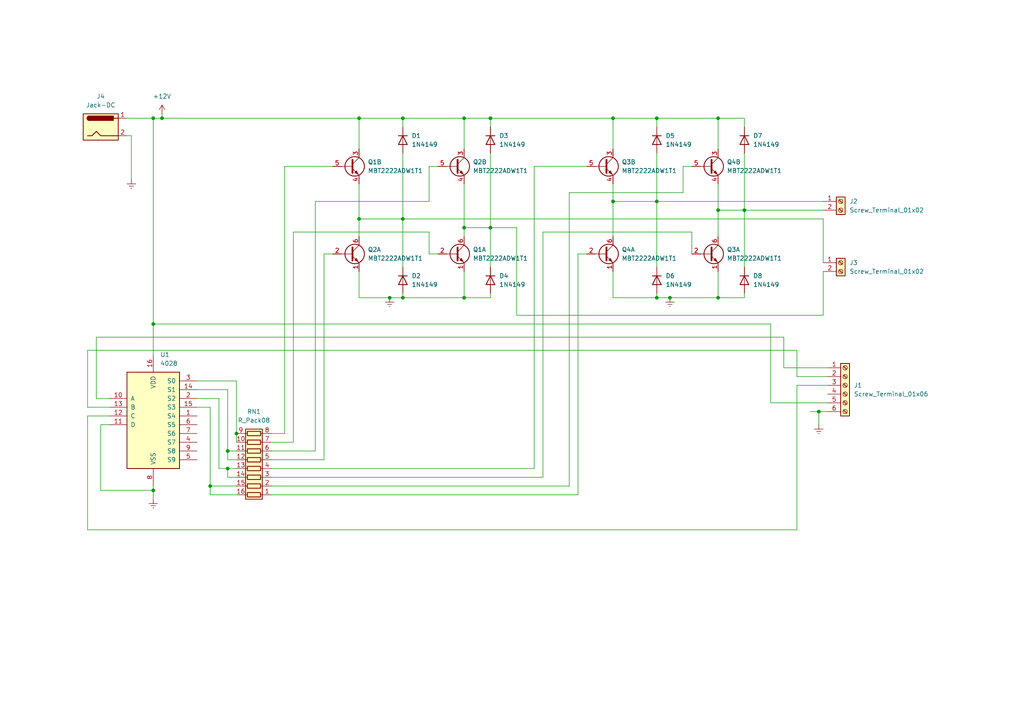
<source format=kicad_sch>
(kicad_sch (version 20211123) (generator eeschema)
  (paper "A4")
  (title_block (date "2022-08-03"))
  (lib_symbols
    (symbol "4xxx:4028" (pin_names (offset 1.016))
      (property "Reference" "U" (at -7.62 13.97 0))
      (property "Value" "4028" (at -7.62 -16.51 0))
      (symbol "4028_1_0"
        (pin output line (at 12.7 0 180) (length 5.08) (name "S4") (number "1"))
        (pin input line (at -12.7 5.08 0) (length 5.08) (name "A") (number "10"))
        (pin input line (at -12.7 -2.54 0) (length 5.08) (name "D") (number "11"))
        (pin input line (at -12.7 0 0) (length 5.08) (name "C") (number "12"))
        (pin input line (at -12.7 2.54 0) (length 5.08) (name "B") (number "13"))
        (pin output line (at 12.7 7.62 180) (length 5.08) (name "S1") (number "14"))
        (pin output line (at 12.7 2.54 180) (length 5.08) (name "S3") (number "15"))
        (pin power_in line (at 0 17.78 270) (length 5.08) (name "VDD") (number "16"))
        (pin output line (at 12.7 5.08 180) (length 5.08) (name "S2") (number "2"))
        (pin output line (at 12.7 10.16 180) (length 5.08) (name "S0") (number "3"))
        (pin output line (at 12.7 -7.62 180) (length 5.08) (name "S7") (number "4"))
        (pin output line (at 12.7 -12.7 180) (length 5.08) (name "S9") (number "5"))
        (pin output line (at 12.7 -2.54 180) (length 5.08) (name "S5") (number "6"))
        (pin output line (at 12.7 -5.08 180) (length 5.08) (name "S6") (number "7"))
        (pin power_in line (at 0 -20.32 90) (length 5.08) (name "VSS") (number "8"))
        (pin output line (at 12.7 -10.16 180) (length 5.08) (name "S8") (number "9"))
      )
      (symbol "4028_1_1"
        (rectangle (start -7.62 12.7) (end 7.62 -15.24) (stroke (width 0.254)) (fill (type background)))
      )
    )
    (symbol "Connector:Jack-DC" (pin_names (offset 1.016))
      (property "Reference" "J" (at 0 5.334 0))
      (property "Value" "Jack-DC" (at 0 -5.08 0))
      (symbol "Jack-DC_0_1"
        (rectangle (start -5.08 3.81) (end 5.08 -3.81) (stroke (width 0.254)) (fill (type background)))
        (arc (start -3.302 3.175) (mid -3.937 2.54) (end -3.302 1.905) (stroke (width 0.254)))
        (arc (start -3.302 3.175) (mid -3.937 2.54) (end -3.302 1.905) (stroke (width 0.254)) (fill (type outline)))
        (polyline (pts (xy 5.08 2.54) (xy 3.81 2.54)) (stroke (width 0.254)))
        (polyline (pts (xy -3.81 -2.54) (xy -2.54 -2.54) (xy -1.27 -1.27) (xy 0 -2.54) (xy 2.54 -2.54) (xy 5.08 -2.54)) (stroke (width 0.254)))
        (rectangle (start 3.683 3.175) (end -3.302 1.905) (stroke (width 0.254)) (fill (type outline)))
      )
      (symbol "Jack-DC_1_1"
        (pin passive line (at 7.62 2.54 180) (length 2.54) (name "~") (number "1"))
        (pin passive line (at 7.62 -2.54 180) (length 2.54) (name "~") (number "2"))
      )
    )
    (symbol "Connector:Screw_Terminal_01x02" (pin_names (offset 1.016) hide)
      (property "Reference" "J" (at 0 2.54 0))
      (property "Value" "Screw_Terminal_01x02" (at 0 -5.08 0))
      (symbol "Screw_Terminal_01x02_1_1"
        (rectangle (start -1.27 1.27) (end 1.27 -3.81) (stroke (width 0.254)) (fill (type background)))
        (circle (center 0 -2.54) (radius 0.635) (stroke (width 0.1524)))
        (polyline (pts (xy -0.5334 -2.2098) (xy 0.3302 -3.048)) (stroke (width 0.1524)))
        (polyline (pts (xy -0.5334 0.3302) (xy 0.3302 -0.508)) (stroke (width 0.1524)))
        (polyline (pts (xy -0.3556 -2.032) (xy 0.508 -2.8702)) (stroke (width 0.1524)))
        (polyline (pts (xy -0.3556 0.508) (xy 0.508 -0.3302)) (stroke (width 0.1524)))
        (circle (center 0 0) (radius 0.635) (stroke (width 0.1524)))
        (pin passive line (at -5.08 0 0) (length 3.81) (name "Pin_1") (number "1"))
        (pin passive line (at -5.08 -2.54 0) (length 3.81) (name "Pin_2") (number "2"))
      )
    )
    (symbol "Connector:Screw_Terminal_01x06" (pin_names (offset 1.016) hide)
      (property "Reference" "J" (at 0 7.62 0))
      (property "Value" "Screw_Terminal_01x06" (at 0 -10.16 0))
      (symbol "Screw_Terminal_01x06_1_1"
        (rectangle (start -1.27 6.35) (end 1.27 -8.89) (stroke (width 0.254)) (fill (type background)))
        (circle (center 0 -7.62) (radius 0.635) (stroke (width 0.1524)))
        (circle (center 0 -5.08) (radius 0.635) (stroke (width 0.1524)))
        (circle (center 0 -2.54) (radius 0.635) (stroke (width 0.1524)))
        (polyline (pts (xy -0.5334 -7.2898) (xy 0.3302 -8.128)) (stroke (width 0.1524)))
        (polyline (pts (xy -0.5334 -4.7498) (xy 0.3302 -5.588)) (stroke (width 0.1524)))
        (polyline (pts (xy -0.5334 -2.2098) (xy 0.3302 -3.048)) (stroke (width 0.1524)))
        (polyline (pts (xy -0.5334 0.3302) (xy 0.3302 -0.508)) (stroke (width 0.1524)))
        (polyline (pts (xy -0.5334 2.8702) (xy 0.3302 2.032)) (stroke (width 0.1524)))
        (polyline (pts (xy -0.5334 5.4102) (xy 0.3302 4.572)) (stroke (width 0.1524)))
        (polyline (pts (xy -0.3556 -7.112) (xy 0.508 -7.9502)) (stroke (width 0.1524)))
        (polyline (pts (xy -0.3556 -4.572) (xy 0.508 -5.4102)) (stroke (width 0.1524)))
        (polyline (pts (xy -0.3556 -2.032) (xy 0.508 -2.8702)) (stroke (width 0.1524)))
        (polyline (pts (xy -0.3556 0.508) (xy 0.508 -0.3302)) (stroke (width 0.1524)))
        (polyline (pts (xy -0.3556 3.048) (xy 0.508 2.2098)) (stroke (width 0.1524)))
        (polyline (pts (xy -0.3556 5.588) (xy 0.508 4.7498)) (stroke (width 0.1524)))
        (circle (center 0 0) (radius 0.635) (stroke (width 0.1524)))
        (circle (center 0 2.54) (radius 0.635) (stroke (width 0.1524)))
        (circle (center 0 5.08) (radius 0.635) (stroke (width 0.1524)))
        (pin passive line (at -5.08 5.08 0) (length 3.81) (name "Pin_1") (number "1"))
        (pin passive line (at -5.08 2.54 0) (length 3.81) (name "Pin_2") (number "2"))
        (pin passive line (at -5.08 0 0) (length 3.81) (name "Pin_3") (number "3"))
        (pin passive line (at -5.08 -2.54 0) (length 3.81) (name "Pin_4") (number "4"))
        (pin passive line (at -5.08 -5.08 0) (length 3.81) (name "Pin_5") (number "5"))
        (pin passive line (at -5.08 -7.62 0) (length 3.81) (name "Pin_6") (number "6"))
      )
    )
    (symbol "Device:R_Pack08" (pin_names (offset 0) hide)
      (property "Reference" "RN" (at -12.7 0 90))
      (property "Value" "R_Pack08" (at 10.16 0 90))
      (symbol "R_Pack08_0_1"
        (rectangle (start -11.43 -2.413) (end 8.89 2.413) (stroke (width 0.254)) (fill (type background)))
        (rectangle (start -10.795 1.905) (end -9.525 -1.905) (stroke (width 0.254)))
        (rectangle (start -8.255 1.905) (end -6.985 -1.905) (stroke (width 0.254)))
        (rectangle (start -5.715 1.905) (end -4.445 -1.905) (stroke (width 0.254)))
        (rectangle (start -3.175 1.905) (end -1.905 -1.905) (stroke (width 0.254)))
        (rectangle (start -0.635 1.905) (end 0.635 -1.905) (stroke (width 0.254)))
        (polyline (pts (xy -10.16 -2.54) (xy -10.16 -1.905)))
        (polyline (pts (xy -10.16 1.905) (xy -10.16 2.54)))
        (polyline (pts (xy -7.62 -2.54) (xy -7.62 -1.905)))
        (polyline (pts (xy -7.62 1.905) (xy -7.62 2.54)))
        (polyline (pts (xy -5.08 -2.54) (xy -5.08 -1.905)))
        (polyline (pts (xy -5.08 1.905) (xy -5.08 2.54)))
        (polyline (pts (xy -2.54 -2.54) (xy -2.54 -1.905)))
        (polyline (pts (xy -2.54 1.905) (xy -2.54 2.54)))
        (polyline (pts (xy 0 -2.54) (xy 0 -1.905)))
        (polyline (pts (xy 0 1.905) (xy 0 2.54)))
        (polyline (pts (xy 2.54 -2.54) (xy 2.54 -1.905)))
        (polyline (pts (xy 2.54 1.905) (xy 2.54 2.54)))
        (polyline (pts (xy 5.08 -2.54) (xy 5.08 -1.905)))
        (polyline (pts (xy 5.08 1.905) (xy 5.08 2.54)))
        (polyline (pts (xy 7.62 -2.54) (xy 7.62 -1.905)))
        (polyline (pts (xy 7.62 1.905) (xy 7.62 2.54)))
        (rectangle (start 1.905 1.905) (end 3.175 -1.905) (stroke (width 0.254)))
        (rectangle (start 4.445 1.905) (end 5.715 -1.905) (stroke (width 0.254)))
        (rectangle (start 6.985 1.905) (end 8.255 -1.905) (stroke (width 0.254)))
      )
      (symbol "R_Pack08_1_1"
        (pin passive line (at -10.16 -5.08 90) (length 2.54) (name "R1.1") (number "1"))
        (pin passive line (at 5.08 5.08 270) (length 2.54) (name "R7.2") (number "10"))
        (pin passive line (at 2.54 5.08 270) (length 2.54) (name "R6.2") (number "11"))
        (pin passive line (at 0 5.08 270) (length 2.54) (name "R5.2") (number "12"))
        (pin passive line (at -2.54 5.08 270) (length 2.54) (name "R4.2") (number "13"))
        (pin passive line (at -5.08 5.08 270) (length 2.54) (name "R3.2") (number "14"))
        (pin passive line (at -7.62 5.08 270) (length 2.54) (name "R2.2") (number "15"))
        (pin passive line (at -10.16 5.08 270) (length 2.54) (name "R1.2") (number "16"))
        (pin passive line (at -7.62 -5.08 90) (length 2.54) (name "R2.1") (number "2"))
        (pin passive line (at -5.08 -5.08 90) (length 2.54) (name "R3.1") (number "3"))
        (pin passive line (at -2.54 -5.08 90) (length 2.54) (name "R4.1") (number "4"))
        (pin passive line (at 0 -5.08 90) (length 2.54) (name "R5.1") (number "5"))
        (pin passive line (at 2.54 -5.08 90) (length 2.54) (name "R6.1") (number "6"))
        (pin passive line (at 5.08 -5.08 90) (length 2.54) (name "R7.1") (number "7"))
        (pin passive line (at 7.62 -5.08 90) (length 2.54) (name "R8.1") (number "8"))
        (pin passive line (at 7.62 5.08 270) (length 2.54) (name "R8.2") (number "9"))
      )
    )
    (symbol "Diode:1N4149" (pin_numbers hide) (pin_names (offset 1.016) hide)
      (property "Reference" "D" (at 0 2.54 0))
      (property "Value" "1N4149" (at 0 -2.54 0))
      (symbol "1N4149_0_1"
        (polyline (pts (xy -1.27 1.27) (xy -1.27 -1.27)) (stroke (width 0.254)))
        (polyline (pts (xy 1.27 0) (xy -1.27 0)))
        (polyline (pts (xy 1.27 1.27) (xy 1.27 -1.27) (xy -1.27 0) (xy 1.27 1.27)) (stroke (width 0.254)))
      )
      (symbol "1N4149_1_1"
        (pin passive line (at -3.81 0 0) (length 2.54) (name "K") (number "1"))
        (pin passive line (at 3.81 0 180) (length 2.54) (name "A") (number "2"))
      )
    )
    (symbol "Transistor_BJT:MBT2222ADW1T1" (pin_names (offset 0) hide)
      (property "Reference" "Q" (at 5.08 1.27 0))
      (property "Value" "MBT2222ADW1T1" (at 5.08 -1.27 0))
      (symbol "MBT2222ADW1T1_0_1"
        (polyline (pts (xy 0.635 0) (xy -2.54 0)))
        (polyline (pts (xy 0.635 0.635) (xy 2.54 2.54)))
        (polyline (pts (xy 0.635 -0.635) (xy 2.54 -2.54) (xy 2.54 -2.54)))
        (polyline (pts (xy 0.635 1.905) (xy 0.635 -1.905) (xy 0.635 -1.905)) (stroke (width 0.508)))
        (polyline (pts (xy 1.27 -1.778) (xy 1.778 -1.27) (xy 2.286 -2.286) (xy 1.27 -1.778) (xy 1.27 -1.778)) (fill (type outline)))
        (circle (center 1.27 0) (radius 2.8194) (stroke (width 0.254)))
      )
      (symbol "MBT2222ADW1T1_1_1"
        (pin passive line (at 2.54 -5.08 90) (length 2.54) (name "E1") (number "1"))
        (pin input line (at -5.08 0 0) (length 2.54) (name "B1") (number "2"))
        (pin passive line (at 2.54 5.08 270) (length 2.54) (name "C1") (number "6"))
      )
      (symbol "MBT2222ADW1T1_2_1"
        (pin passive line (at 2.54 5.08 270) (length 2.54) (name "C2") (number "3"))
        (pin passive line (at 2.54 -5.08 90) (length 2.54) (name "E2") (number "4"))
        (pin input line (at -5.08 0 0) (length 2.54) (name "B2") (number "5"))
      )
    )
    (symbol "power:+12V" (power) (pin_names (offset 0))
      (property "Value" "+12V" (at 0 3.556 0))
      (symbol "+12V_0_1"
        (polyline (pts (xy -0.762 1.27) (xy 0 2.54)))
        (polyline (pts (xy 0 0) (xy 0 2.54)))
        (polyline (pts (xy 0 2.54) (xy 0.762 1.27)))
      )
      (symbol "+12V_1_1"
        (pin power_in line (at 0 0 90) (length 0) hide (name "+12V") (number "1"))
      )
    )
    (symbol "power:Earth" (power) (pin_names (offset 0))
      (symbol "Earth_0_1"
        (polyline (pts (xy -0.635 -1.905) (xy 0.635 -1.905)))
        (polyline (pts (xy -0.127 -2.54) (xy 0.127 -2.54)))
        (polyline (pts (xy 0 -1.27) (xy 0 0)))
        (polyline (pts (xy 1.27 -1.27) (xy -1.27 -1.27)))
      )
      (symbol "Earth_1_1"
        (pin power_in line (at 0 0 270) (length 0) hide (name "Earth") (number "1"))
      )
    )
  )
  (junction (at 177.8 58.42))
  (junction (at 116.84 63.5))
  (junction (at 134.62 86.36))
  (junction (at 66.04 135.89))
  (junction (at 66.04 130.81))
  (junction (at 60.96 140.97))
  (junction (at 190.5 86.36))
  (junction (at 116.84 86.36))
  (junction (at 68.58 125.73))
  (junction (at 46.99 34.29))
  (junction (at 142.24 66.04))
  (junction (at 215.9 60.96))
  (junction (at 142.24 34.29))
  (junction (at 104.14 34.29))
  (junction (at 190.5 58.42))
  (junction (at 44.45 142.24))
  (junction (at 116.84 34.29))
  (junction (at 194.31 86.36))
  (junction (at 208.28 60.96))
  (junction (at 237.49 119.38))
  (junction (at 113.03 86.36))
  (junction (at 44.45 34.29))
  (junction (at 208.28 34.29))
  (junction (at 190.5 34.29))
  (junction (at 104.14 63.5))
  (junction (at 134.62 34.29))
  (junction (at 134.62 66.04))
  (junction (at 208.28 86.36))
  (junction (at 44.45 93.98))
  (junction (at 177.8 34.29))
  (wire (pts (xy 142.24 66.04) (xy 142.24 77.47)))
  (wire (pts (xy 223.52 93.98) (xy 44.45 93.98)))
  (wire (pts (xy 25.4 153.67) (xy 25.4 120.65)))
  (wire (pts (xy 190.5 58.42) (xy 238.76 58.42)))
  (wire (pts (xy 157.48 138.43) (xy 78.74 138.43)))
  (wire (pts (xy 68.58 125.73) (xy 68.58 128.27)))
  (wire (pts (xy 116.84 34.29) (xy 116.84 36.83)))
  (wire (pts (xy 104.14 86.36) (xy 113.03 86.36)))
  (wire (pts (xy 60.96 140.97) (xy 68.58 140.97)))
  (wire (pts (xy 154.94 48.26) (xy 170.18 48.26)))
  (wire (pts (xy 134.62 43.18) (xy 134.62 34.29)))
  (wire (pts (xy 142.24 85.09) (xy 142.24 86.36)))
  (wire (pts (xy 104.14 63.5) (xy 104.14 68.58)))
  (wire (pts (xy 215.9 44.45) (xy 215.9 60.96)))
  (wire (pts (xy 231.14 153.67) (xy 25.4 153.67)))
  (wire (pts (xy 190.5 34.29) (xy 177.8 34.29)))
  (wire (pts (xy 177.8 34.29) (xy 142.24 34.29)))
  (wire (pts (xy 134.62 86.36) (xy 134.62 78.74)))
  (wire (pts (xy 60.96 118.11) (xy 60.96 140.97)))
  (wire (pts (xy 208.28 34.29) (xy 190.5 34.29)))
  (wire (pts (xy 124.46 73.66) (xy 127 73.66)))
  (wire (pts (xy 167.64 73.66) (xy 167.64 143.51)))
  (wire (pts (xy 142.24 34.29) (xy 134.62 34.29)))
  (wire (pts (xy 116.84 86.36) (xy 134.62 86.36)))
  (wire (pts (xy 200.66 67.31) (xy 200.66 73.66)))
  (wire (pts (xy 240.03 109.22) (xy 231.14 109.22)))
  (wire (pts (xy 66.04 130.81) (xy 66.04 133.35)))
  (wire (pts (xy 240.03 119.38) (xy 237.49 119.38)))
  (wire (pts (xy 96.52 73.66) (xy 93.98 73.66)))
  (wire (pts (xy 104.14 34.29) (xy 116.84 34.29)))
  (wire (pts (xy 78.74 125.73) (xy 82.55 125.73)))
  (wire (pts (xy 237.49 119.38) (xy 234.95 119.38)))
  (wire (pts (xy 231.14 111.76) (xy 231.14 153.67)))
  (wire (pts (xy 190.5 58.42) (xy 190.5 77.47)))
  (wire (pts (xy 208.28 60.96) (xy 215.9 60.96)))
  (wire (pts (xy 38.1 39.37) (xy 38.1 52.07)))
  (wire (pts (xy 231.14 109.22) (xy 231.14 101.6)))
  (wire (pts (xy 240.03 106.68) (xy 227.33 106.68)))
  (wire (pts (xy 78.74 143.51) (xy 167.64 143.51)))
  (wire (pts (xy 208.28 43.18) (xy 208.28 34.29)))
  (wire (pts (xy 215.9 86.36) (xy 208.28 86.36)))
  (wire (pts (xy 57.15 110.49) (xy 68.58 110.49)))
  (wire (pts (xy 142.24 66.04) (xy 134.62 66.04)))
  (wire (pts (xy 177.8 53.34) (xy 177.8 58.42)))
  (wire (pts (xy 44.45 93.98) (xy 44.45 34.29)))
  (wire (pts (xy 154.94 48.26) (xy 154.94 135.89)))
  (wire (pts (xy 240.03 116.84) (xy 223.52 116.84)))
  (wire (pts (xy 68.58 110.49) (xy 68.58 125.73)))
  (wire (pts (xy 215.9 85.09) (xy 215.9 86.36)))
  (wire (pts (xy 227.33 106.68) (xy 227.33 97.79)))
  (wire (pts (xy 27.94 115.57) (xy 31.75 115.57)))
  (wire (pts (xy 29.21 123.19) (xy 29.21 142.24)))
  (wire (pts (xy 104.14 34.29) (xy 46.99 34.29)))
  (wire (pts (xy 142.24 44.45) (xy 142.24 66.04)))
  (wire (pts (xy 113.03 86.36) (xy 116.84 86.36)))
  (wire (pts (xy 198.12 48.26) (xy 200.66 48.26)))
  (wire (pts (xy 167.64 73.66) (xy 170.18 73.66)))
  (wire (pts (xy 66.04 135.89) (xy 68.58 135.89)))
  (wire (pts (xy 142.24 86.36) (xy 134.62 86.36)))
  (wire (pts (xy 215.9 36.83) (xy 215.9 34.29)))
  (wire (pts (xy 149.86 66.04) (xy 142.24 66.04)))
  (wire (pts (xy 177.8 58.42) (xy 177.8 68.58)))
  (wire (pts (xy 238.76 78.74) (xy 238.76 91.44)))
  (wire (pts (xy 227.33 97.79) (xy 27.94 97.79)))
  (wire (pts (xy 149.86 91.44) (xy 149.86 66.04)))
  (wire (pts (xy 27.94 97.79) (xy 27.94 115.57)))
  (wire (pts (xy 63.5 115.57) (xy 63.5 135.89)))
  (wire (pts (xy 63.5 135.89) (xy 66.04 135.89)))
  (wire (pts (xy 93.98 133.35) (xy 78.74 133.35)))
  (wire (pts (xy 208.28 60.96) (xy 208.28 68.58)))
  (wire (pts (xy 104.14 53.34) (xy 104.14 63.5)))
  (wire (pts (xy 116.84 63.5) (xy 116.84 77.47)))
  (wire (pts (xy 134.62 53.34) (xy 134.62 66.04)))
  (wire (pts (xy 31.75 123.19) (xy 29.21 123.19)))
  (wire (pts (xy 44.45 34.29) (xy 46.99 34.29)))
  (wire (pts (xy 215.9 34.29) (xy 208.28 34.29)))
  (wire (pts (xy 215.9 60.96) (xy 238.76 60.96)))
  (wire (pts (xy 124.46 58.42) (xy 124.46 48.26)))
  (wire (pts (xy 104.14 34.29) (xy 104.14 43.18)))
  (wire (pts (xy 165.1 55.88) (xy 198.12 55.88)))
  (wire (pts (xy 68.58 133.35) (xy 66.04 133.35)))
  (wire (pts (xy 208.28 86.36) (xy 194.31 86.36)))
  (wire (pts (xy 116.84 44.45) (xy 116.84 63.5)))
  (wire (pts (xy 82.55 48.26) (xy 96.52 48.26)))
  (wire (pts (xy 238.76 76.2) (xy 238.76 63.5)))
  (wire (pts (xy 91.44 58.42) (xy 124.46 58.42)))
  (wire (pts (xy 25.4 118.11) (xy 31.75 118.11)))
  (wire (pts (xy 66.04 130.81) (xy 68.58 130.81)))
  (wire (pts (xy 237.49 119.38) (xy 237.49 123.19)))
  (wire (pts (xy 124.46 67.31) (xy 124.46 73.66)))
  (wire (pts (xy 134.62 34.29) (xy 116.84 34.29)))
  (wire (pts (xy 208.28 53.34) (xy 208.28 60.96)))
  (wire (pts (xy 134.62 66.04) (xy 134.62 68.58)))
  (wire (pts (xy 116.84 85.09) (xy 116.84 86.36)))
  (wire (pts (xy 91.44 130.81) (xy 91.44 58.42)))
  (wire (pts (xy 215.9 60.96) (xy 215.9 77.47)))
  (wire (pts (xy 190.5 44.45) (xy 190.5 58.42)))
  (wire (pts (xy 78.74 130.81) (xy 91.44 130.81)))
  (wire (pts (xy 142.24 34.29) (xy 142.24 36.83)))
  (wire (pts (xy 78.74 128.27) (xy 85.09 128.27)))
  (wire (pts (xy 60.96 140.97) (xy 60.96 143.51)))
  (wire (pts (xy 85.09 128.27) (xy 85.09 67.31)))
  (wire (pts (xy 177.8 43.18) (xy 177.8 34.29)))
  (wire (pts (xy 177.8 58.42) (xy 190.5 58.42)))
  (wire (pts (xy 44.45 93.98) (xy 44.45 102.87)))
  (wire (pts (xy 124.46 48.26) (xy 127 48.26)))
  (wire (pts (xy 104.14 63.5) (xy 116.84 63.5)))
  (wire (pts (xy 44.45 142.24) (xy 44.45 144.78)))
  (wire (pts (xy 78.74 135.89) (xy 154.94 135.89)))
  (wire (pts (xy 116.84 63.5) (xy 238.76 63.5)))
  (wire (pts (xy 190.5 85.09) (xy 190.5 86.36)))
  (wire (pts (xy 157.48 67.31) (xy 157.48 138.43)))
  (wire (pts (xy 57.15 118.11) (xy 60.96 118.11)))
  (wire (pts (xy 68.58 138.43) (xy 66.04 138.43)))
  (wire (pts (xy 190.5 34.29) (xy 190.5 36.83)))
  (wire (pts (xy 85.09 67.31) (xy 124.46 67.31)))
  (wire (pts (xy 46.99 34.29) (xy 46.99 33.02)))
  (wire (pts (xy 240.03 111.76) (xy 231.14 111.76)))
  (wire (pts (xy 190.5 86.36) (xy 194.31 86.36)))
  (wire (pts (xy 177.8 86.36) (xy 190.5 86.36)))
  (wire (pts (xy 25.4 120.65) (xy 31.75 120.65)))
  (wire (pts (xy 66.04 113.03) (xy 66.04 130.81)))
  (wire (pts (xy 29.21 142.24) (xy 44.45 142.24)))
  (wire (pts (xy 57.15 113.03) (xy 66.04 113.03)))
  (wire (pts (xy 165.1 140.97) (xy 165.1 55.88)))
  (wire (pts (xy 177.8 78.74) (xy 177.8 86.36)))
  (wire (pts (xy 93.98 73.66) (xy 93.98 133.35)))
  (wire (pts (xy 60.96 143.51) (xy 68.58 143.51)))
  (wire (pts (xy 36.83 34.29) (xy 44.45 34.29)))
  (wire (pts (xy 198.12 55.88) (xy 198.12 48.26)))
  (wire (pts (xy 57.15 115.57) (xy 63.5 115.57)))
  (wire (pts (xy 231.14 101.6) (xy 25.4 101.6)))
  (wire (pts (xy 66.04 138.43) (xy 66.04 135.89)))
  (wire (pts (xy 157.48 67.31) (xy 200.66 67.31)))
  (wire (pts (xy 223.52 116.84) (xy 223.52 93.98)))
  (wire (pts (xy 36.83 39.37) (xy 38.1 39.37)))
  (wire (pts (xy 78.74 140.97) (xy 165.1 140.97)))
  (wire (pts (xy 208.28 78.74) (xy 208.28 86.36)))
  (wire (pts (xy 44.45 140.97) (xy 44.45 142.24)))
  (wire (pts (xy 82.55 125.73) (xy 82.55 48.26)))
  (wire (pts (xy 104.14 78.74) (xy 104.14 86.36)))
  (wire (pts (xy 238.76 91.44) (xy 149.86 91.44)))
  (wire (pts (xy 25.4 101.6) (xy 25.4 118.11)))
  (symbol (lib_id "Connector:Jack-DC") (at 29.21 36.83 0) (unit 1)
    (property "Reference" "J4" (at 29.21 27.94 0))
    (property "Value" "Jack-DC" (at 29.21 30.48 0))
    (property "Footprint" "Connector_BarrelJack:BarrelJack_Wuerth_6941xx301002" (effects hide))
  )
  (symbol (lib_id "Transistor_BJT:MBT2222ADW1T1") (at 175.26 73.66 0) (unit 1)
    (property "Reference" "Q4" (at 180.34 72.3899 0) (effects (justify left)))
    (property "Value" "MBT2222ADW1T1" (at 180.34 74.9299 0) (effects (justify left)))
    (property "Footprint" "Package_TO_SOT_SMD:SOT-363_SC-70-6" (effects hide))
    (property "Datasheet" "http://www.onsemi.com/pub_link/Collateral/MBT2222ADW1T1-D.PDF" (effects hide))
  )
  (symbol (lib_id "Diode:1N4149") (at 190.5 40.64 270) (unit 1)
    (property "Reference" "D5" (at 193.04 39.3699 90) (effects (justify left)))
    (property "Value" "1N4149" (at 193.04 41.9099 90) (effects (justify left)))
    (property "Footprint" "Diode_SMD:D_TUMD2" (effects hide))
    (property "Datasheet" "http://www.microsemi.com/document-portal/doc_view/11580-lds-0239" (effects hide))
  )
  (symbol (lib_id "Connector:Screw_Terminal_01x02") (at 243.84 76.2 0) (unit 1)
    (property "Reference" "J3" (at 246.38 76.1999 0) (effects (justify left)))
    (property "Value" "Screw_Terminal_01x02" (at 246.38 78.7399 0) (effects (justify left)))
    (property "Footprint" "TerminalBlock:TerminalBlock_bornier-2_P5.08mm" (effects hide))
  )
  (symbol (lib_id "4xxx:4028") (at 44.45 120.65 0) (unit 1)
    (property "Reference" "U1" (at 46.4694 102.87 0) (effects (justify left)))
    (property "Value" "4028" (at 46.4694 105.41 0) (effects (justify left)))
    (property "Footprint" "Package_SO:SOIC-16_3.9x9.9mm_P1.27mm" (effects hide))
    (property "Datasheet" "http://www.intersil.com/content/dam/Intersil/documents/cd40/cd4028bms.pdf" (effects hide))
  )
  (symbol (lib_id "Transistor_BJT:MBT2222ADW1T1") (at 132.08 73.66 0) (unit 1)
    (property "Reference" "Q1" (at 137.16 72.3899 0) (effects (justify left)))
    (property "Value" "MBT2222ADW1T1" (at 137.16 74.9299 0) (effects (justify left)))
    (property "Footprint" "Package_TO_SOT_SMD:SOT-363_SC-70-6" (effects hide))
    (property "Datasheet" "http://www.onsemi.com/pub_link/Collateral/MBT2222ADW1T1-D.PDF" (effects hide))
  )
  (symbol (lib_id "Device:R_Pack08") (at 73.66 133.35 90) (unit 1)
    (property "Reference" "RN1" (at 73.66 119.38 90))
    (property "Value" "R_Pack08" (at 73.66 121.92 90))
    (property "Footprint" "Package_SO:SOIC-16W_5.3x10.2mm_P1.27mm" (effects hide))
  )
  (symbol (lib_id "Transistor_BJT:MBT2222ADW1T1") (at 132.08 48.26 0) (unit 2)
    (property "Reference" "Q2" (at 137.16 46.9899 0) (effects (justify left)))
    (property "Value" "MBT2222ADW1T1" (at 137.16 49.5299 0) (effects (justify left)))
    (property "Footprint" "Package_TO_SOT_SMD:SOT-363_SC-70-6" (effects hide))
    (property "Datasheet" "http://www.onsemi.com/pub_link/Collateral/MBT2222ADW1T1-D.PDF" (effects hide))
  )
  (symbol (lib_id "Diode:1N4149") (at 190.5 81.28 270) (unit 1)
    (property "Reference" "D6" (at 193.04 80.0099 90) (effects (justify left)))
    (property "Value" "1N4149" (at 193.04 82.5499 90) (effects (justify left)))
    (property "Footprint" "Diode_SMD:D_TUMD2" (effects hide))
    (property "Datasheet" "http://www.microsemi.com/document-portal/doc_view/11580-lds-0239" (effects hide))
  )
  (symbol (lib_id "Transistor_BJT:MBT2222ADW1T1") (at 205.74 73.66 0) (unit 1)
    (property "Reference" "Q3" (at 210.82 72.3899 0) (effects (justify left)))
    (property "Value" "MBT2222ADW1T1" (at 210.82 74.9299 0) (effects (justify left)))
    (property "Footprint" "Package_TO_SOT_SMD:SOT-363_SC-70-6" (effects hide))
    (property "Datasheet" "http://www.onsemi.com/pub_link/Collateral/MBT2222ADW1T1-D.PDF" (effects hide))
  )
  (symbol (lib_id "Diode:1N4149") (at 116.84 81.28 270) (unit 1)
    (property "Reference" "D2" (at 119.38 80.0099 90) (effects (justify left)))
    (property "Value" "1N4149" (at 119.38 82.5499 90) (effects (justify left)))
    (property "Footprint" "Diode_SMD:D_TUMD2" (effects hide))
    (property "Datasheet" "http://www.microsemi.com/document-portal/doc_view/11580-lds-0239" (effects hide))
  )
  (symbol (lib_id "Diode:1N4149") (at 215.9 40.64 270) (unit 1)
    (property "Reference" "D7" (at 218.44 39.3699 90) (effects (justify left)))
    (property "Value" "1N4149" (at 218.44 41.9099 90) (effects (justify left)))
    (property "Footprint" "Diode_SMD:D_TUMD2" (effects hide))
    (property "Datasheet" "http://www.microsemi.com/document-portal/doc_view/11580-lds-0239" (effects hide))
  )
  (symbol (lib_id "power:Earth") (at 44.45 144.78 0) (unit 1)
    (property "Reference" "#PWR0101" (effects hide))
    (property "Value" "Earth" (effects hide))
  )
  (symbol (lib_id "Transistor_BJT:MBT2222ADW1T1") (at 175.26 48.26 0) (unit 2)
    (property "Reference" "Q3" (at 180.34 46.9899 0) (effects (justify left)))
    (property "Value" "MBT2222ADW1T1" (at 180.34 49.5299 0) (effects (justify left)))
    (property "Footprint" "Package_TO_SOT_SMD:SOT-363_SC-70-6" (effects hide))
    (property "Datasheet" "http://www.onsemi.com/pub_link/Collateral/MBT2222ADW1T1-D.PDF" (effects hide))
  )
  (symbol (lib_id "Transistor_BJT:MBT2222ADW1T1") (at 205.74 48.26 0) (unit 2)
    (property "Reference" "Q4" (at 210.82 46.9899 0) (effects (justify left)))
    (property "Value" "MBT2222ADW1T1" (at 210.82 49.5299 0) (effects (justify left)))
    (property "Footprint" "Package_TO_SOT_SMD:SOT-363_SC-70-6" (effects hide))
    (property "Datasheet" "http://www.onsemi.com/pub_link/Collateral/MBT2222ADW1T1-D.PDF" (effects hide))
  )
  (symbol (lib_id "power:Earth") (at 113.03 86.36 0) (unit 1)
    (property "Reference" "#PWR0103" (effects hide))
    (property "Value" "Earth" (effects hide))
  )
  (symbol (lib_id "Diode:1N4149") (at 142.24 40.64 270) (unit 1)
    (property "Reference" "D3" (at 144.78 39.3699 90) (effects (justify left)))
    (property "Value" "1N4149" (at 144.78 41.9099 90) (effects (justify left)))
    (property "Footprint" "Diode_SMD:D_TUMD2" (effects hide))
    (property "Datasheet" "http://www.microsemi.com/document-portal/doc_view/11580-lds-0239" (effects hide))
  )
  (symbol (lib_id "Connector:Screw_Terminal_01x06") (at 245.11 111.76 0) (unit 1)
    (property "Reference" "J1" (at 247.65 111.7599 0) (effects (justify left)))
    (property "Value" "Screw_Terminal_01x06" (at 247.65 114.2999 0) (effects (justify left)))
    (property "Footprint" "TerminalBlock:TerminalBlock_bornier-6_P5.08mm" (effects hide))
  )
  (symbol (lib_id "power:+12V") (at 46.99 33.02 0) (unit 1)
    (property "Reference" "#PWR0104" (effects hide))
    (property "Value" "+12V" (at 46.99 27.94 0))
  )
  (symbol (lib_id "Connector:Screw_Terminal_01x02") (at 243.84 58.42 0) (unit 1)
    (property "Reference" "J2" (at 246.38 58.4199 0) (effects (justify left)))
    (property "Value" "Screw_Terminal_01x02" (at 246.38 60.9599 0) (effects (justify left)))
    (property "Footprint" "TerminalBlock:TerminalBlock_bornier-2_P5.08mm" (effects hide))
  )
  (symbol (lib_id "power:Earth") (at 38.1 52.07 0) (unit 1)
    (property "Reference" "#PWR0106" (effects hide))
    (property "Value" "Earth" (effects hide))
  )
  (symbol (lib_id "power:Earth") (at 194.31 86.36 0) (unit 1)
    (property "Reference" "#PWR0102" (effects hide))
    (property "Value" "Earth" (effects hide))
  )
  (symbol (lib_id "Transistor_BJT:MBT2222ADW1T1") (at 101.6 73.66 0) (unit 1)
    (property "Reference" "Q2" (at 106.68 72.3899 0) (effects (justify left)))
    (property "Value" "MBT2222ADW1T1" (at 106.68 74.9299 0) (effects (justify left)))
    (property "Footprint" "Package_TO_SOT_SMD:SOT-363_SC-70-6" (effects hide))
    (property "Datasheet" "http://www.onsemi.com/pub_link/Collateral/MBT2222ADW1T1-D.PDF" (effects hide))
  )
  (symbol (lib_id "Diode:1N4149") (at 215.9 81.28 270) (unit 1)
    (property "Reference" "D8" (at 218.44 80.0099 90) (effects (justify left)))
    (property "Value" "1N4149" (at 218.44 82.5499 90) (effects (justify left)))
    (property "Footprint" "Diode_SMD:D_TUMD2" (effects hide))
    (property "Datasheet" "http://www.microsemi.com/document-portal/doc_view/11580-lds-0239" (effects hide))
  )
  (symbol (lib_id "Diode:1N4149") (at 142.24 81.28 270) (unit 1)
    (property "Reference" "D4" (at 144.78 80.0099 90) (effects (justify left)))
    (property "Value" "1N4149" (at 144.78 82.5499 90) (effects (justify left)))
    (property "Footprint" "Diode_SMD:D_TUMD2" (effects hide))
    (property "Datasheet" "http://www.microsemi.com/document-portal/doc_view/11580-lds-0239" (effects hide))
  )
  (symbol (lib_id "Transistor_BJT:MBT2222ADW1T1") (at 101.6 48.26 0) (unit 2)
    (property "Reference" "Q1" (at 106.68 46.9899 0) (effects (justify left)))
    (property "Value" "MBT2222ADW1T1" (at 106.68 49.5299 0) (effects (justify left)))
    (property "Footprint" "Package_TO_SOT_SMD:SOT-363_SC-70-6" (effects hide))
    (property "Datasheet" "http://www.onsemi.com/pub_link/Collateral/MBT2222ADW1T1-D.PDF" (effects hide))
  )
  (symbol (lib_id "power:Earth") (at 237.49 123.19 0) (unit 1)
    (property "Reference" "#PWR0105" (effects hide))
    (property "Value" "Earth" (effects hide))
  )
  (symbol (lib_id "Diode:1N4149") (at 116.84 40.64 270) (unit 1)
    (property "Reference" "D1" (at 119.38 39.3699 90) (effects (justify left)))
    (property "Value" "1N4149" (at 119.38 41.9099 90) (effects (justify left)))
    (property "Footprint" "Diode_SMD:D_TUMD2" (effects hide))
    (property "Datasheet" "http://www.microsemi.com/document-portal/doc_view/11580-lds-0239" (effects hide))
  )
)
</source>
